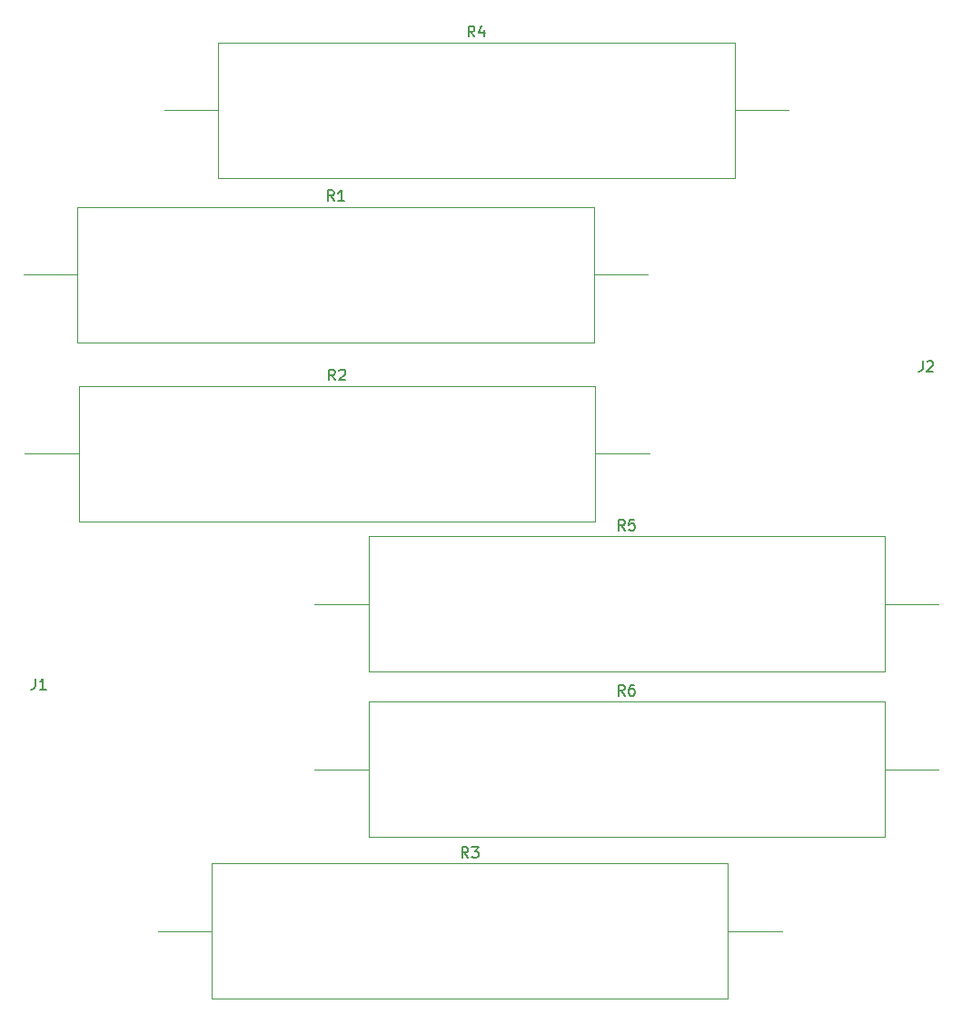
<source format=gto>
G04 #@! TF.GenerationSoftware,KiCad,Pcbnew,5.0.0*
G04 #@! TF.CreationDate,2018-09-30T11:55:23-04:00*
G04 #@! TF.ProjectId,audio-attenuator,617564696F2D617474656E7561746F72,rev?*
G04 #@! TF.SameCoordinates,Original*
G04 #@! TF.FileFunction,Legend,Top*
G04 #@! TF.FilePolarity,Positive*
%FSLAX46Y46*%
G04 Gerber Fmt 4.6, Leading zero omitted, Abs format (unit mm)*
G04 Created by KiCad (PCBNEW 5.0.0) date Sun Sep 30 11:55:23 2018*
%MOMM*%
%LPD*%
G01*
G04 APERTURE LIST*
%ADD10C,0.120000*%
%ADD11C,0.150000*%
G04 APERTURE END LIST*
D10*
G04 #@! TO.C,R6*
X79420000Y-80090000D02*
X79420000Y-92710000D01*
X79420000Y-92710000D02*
X127540000Y-92710000D01*
X127540000Y-92710000D02*
X127540000Y-80090000D01*
X127540000Y-80090000D02*
X79420000Y-80090000D01*
X74380000Y-86400000D02*
X79420000Y-86400000D01*
X132580000Y-86400000D02*
X127540000Y-86400000D01*
G04 #@! TO.C,R5*
X132580000Y-71000000D02*
X127540000Y-71000000D01*
X74380000Y-71000000D02*
X79420000Y-71000000D01*
X127540000Y-64690000D02*
X79420000Y-64690000D01*
X127540000Y-77310000D02*
X127540000Y-64690000D01*
X79420000Y-77310000D02*
X127540000Y-77310000D01*
X79420000Y-64690000D02*
X79420000Y-77310000D01*
G04 #@! TO.C,R4*
X65420000Y-18690000D02*
X65420000Y-31310000D01*
X65420000Y-31310000D02*
X113540000Y-31310000D01*
X113540000Y-31310000D02*
X113540000Y-18690000D01*
X113540000Y-18690000D02*
X65420000Y-18690000D01*
X60380000Y-25000000D02*
X65420000Y-25000000D01*
X118580000Y-25000000D02*
X113540000Y-25000000D01*
G04 #@! TO.C,R3*
X117980000Y-101500000D02*
X112940000Y-101500000D01*
X59780000Y-101500000D02*
X64820000Y-101500000D01*
X112940000Y-95190000D02*
X64820000Y-95190000D01*
X112940000Y-107810000D02*
X112940000Y-95190000D01*
X64820000Y-107810000D02*
X112940000Y-107810000D01*
X64820000Y-95190000D02*
X64820000Y-107810000D01*
G04 #@! TO.C,R2*
X52420000Y-50690000D02*
X52420000Y-63310000D01*
X52420000Y-63310000D02*
X100540000Y-63310000D01*
X100540000Y-63310000D02*
X100540000Y-50690000D01*
X100540000Y-50690000D02*
X52420000Y-50690000D01*
X47380000Y-57000000D02*
X52420000Y-57000000D01*
X105580000Y-57000000D02*
X100540000Y-57000000D01*
G04 #@! TO.C,R1*
X105480000Y-40300000D02*
X100440000Y-40300000D01*
X47280000Y-40300000D02*
X52320000Y-40300000D01*
X100440000Y-33990000D02*
X52320000Y-33990000D01*
X100440000Y-46610000D02*
X100440000Y-33990000D01*
X52320000Y-46610000D02*
X100440000Y-46610000D01*
X52320000Y-33990000D02*
X52320000Y-46610000D01*
G04 #@! TO.C,R6*
D11*
X103313333Y-79542380D02*
X102980000Y-79066190D01*
X102741904Y-79542380D02*
X102741904Y-78542380D01*
X103122857Y-78542380D01*
X103218095Y-78590000D01*
X103265714Y-78637619D01*
X103313333Y-78732857D01*
X103313333Y-78875714D01*
X103265714Y-78970952D01*
X103218095Y-79018571D01*
X103122857Y-79066190D01*
X102741904Y-79066190D01*
X104170476Y-78542380D02*
X103980000Y-78542380D01*
X103884761Y-78590000D01*
X103837142Y-78637619D01*
X103741904Y-78780476D01*
X103694285Y-78970952D01*
X103694285Y-79351904D01*
X103741904Y-79447142D01*
X103789523Y-79494761D01*
X103884761Y-79542380D01*
X104075238Y-79542380D01*
X104170476Y-79494761D01*
X104218095Y-79447142D01*
X104265714Y-79351904D01*
X104265714Y-79113809D01*
X104218095Y-79018571D01*
X104170476Y-78970952D01*
X104075238Y-78923333D01*
X103884761Y-78923333D01*
X103789523Y-78970952D01*
X103741904Y-79018571D01*
X103694285Y-79113809D01*
G04 #@! TO.C,R5*
X103313333Y-64142380D02*
X102980000Y-63666190D01*
X102741904Y-64142380D02*
X102741904Y-63142380D01*
X103122857Y-63142380D01*
X103218095Y-63190000D01*
X103265714Y-63237619D01*
X103313333Y-63332857D01*
X103313333Y-63475714D01*
X103265714Y-63570952D01*
X103218095Y-63618571D01*
X103122857Y-63666190D01*
X102741904Y-63666190D01*
X104218095Y-63142380D02*
X103741904Y-63142380D01*
X103694285Y-63618571D01*
X103741904Y-63570952D01*
X103837142Y-63523333D01*
X104075238Y-63523333D01*
X104170476Y-63570952D01*
X104218095Y-63618571D01*
X104265714Y-63713809D01*
X104265714Y-63951904D01*
X104218095Y-64047142D01*
X104170476Y-64094761D01*
X104075238Y-64142380D01*
X103837142Y-64142380D01*
X103741904Y-64094761D01*
X103694285Y-64047142D01*
G04 #@! TO.C,R4*
X89313333Y-18142380D02*
X88980000Y-17666190D01*
X88741904Y-18142380D02*
X88741904Y-17142380D01*
X89122857Y-17142380D01*
X89218095Y-17190000D01*
X89265714Y-17237619D01*
X89313333Y-17332857D01*
X89313333Y-17475714D01*
X89265714Y-17570952D01*
X89218095Y-17618571D01*
X89122857Y-17666190D01*
X88741904Y-17666190D01*
X90170476Y-17475714D02*
X90170476Y-18142380D01*
X89932380Y-17094761D02*
X89694285Y-17809047D01*
X90313333Y-17809047D01*
G04 #@! TO.C,R3*
X88713333Y-94642380D02*
X88380000Y-94166190D01*
X88141904Y-94642380D02*
X88141904Y-93642380D01*
X88522857Y-93642380D01*
X88618095Y-93690000D01*
X88665714Y-93737619D01*
X88713333Y-93832857D01*
X88713333Y-93975714D01*
X88665714Y-94070952D01*
X88618095Y-94118571D01*
X88522857Y-94166190D01*
X88141904Y-94166190D01*
X89046666Y-93642380D02*
X89665714Y-93642380D01*
X89332380Y-94023333D01*
X89475238Y-94023333D01*
X89570476Y-94070952D01*
X89618095Y-94118571D01*
X89665714Y-94213809D01*
X89665714Y-94451904D01*
X89618095Y-94547142D01*
X89570476Y-94594761D01*
X89475238Y-94642380D01*
X89189523Y-94642380D01*
X89094285Y-94594761D01*
X89046666Y-94547142D01*
G04 #@! TO.C,R2*
X76313333Y-50142380D02*
X75980000Y-49666190D01*
X75741904Y-50142380D02*
X75741904Y-49142380D01*
X76122857Y-49142380D01*
X76218095Y-49190000D01*
X76265714Y-49237619D01*
X76313333Y-49332857D01*
X76313333Y-49475714D01*
X76265714Y-49570952D01*
X76218095Y-49618571D01*
X76122857Y-49666190D01*
X75741904Y-49666190D01*
X76694285Y-49237619D02*
X76741904Y-49190000D01*
X76837142Y-49142380D01*
X77075238Y-49142380D01*
X77170476Y-49190000D01*
X77218095Y-49237619D01*
X77265714Y-49332857D01*
X77265714Y-49428095D01*
X77218095Y-49570952D01*
X76646666Y-50142380D01*
X77265714Y-50142380D01*
G04 #@! TO.C,R1*
X76213333Y-33442380D02*
X75880000Y-32966190D01*
X75641904Y-33442380D02*
X75641904Y-32442380D01*
X76022857Y-32442380D01*
X76118095Y-32490000D01*
X76165714Y-32537619D01*
X76213333Y-32632857D01*
X76213333Y-32775714D01*
X76165714Y-32870952D01*
X76118095Y-32918571D01*
X76022857Y-32966190D01*
X75641904Y-32966190D01*
X77165714Y-33442380D02*
X76594285Y-33442380D01*
X76880000Y-33442380D02*
X76880000Y-32442380D01*
X76784761Y-32585238D01*
X76689523Y-32680476D01*
X76594285Y-32728095D01*
G04 #@! TO.C,J2*
X131066666Y-48352380D02*
X131066666Y-49066666D01*
X131019047Y-49209523D01*
X130923809Y-49304761D01*
X130780952Y-49352380D01*
X130685714Y-49352380D01*
X131495238Y-48447619D02*
X131542857Y-48400000D01*
X131638095Y-48352380D01*
X131876190Y-48352380D01*
X131971428Y-48400000D01*
X132019047Y-48447619D01*
X132066666Y-48542857D01*
X132066666Y-48638095D01*
X132019047Y-48780952D01*
X131447619Y-49352380D01*
X132066666Y-49352380D01*
G04 #@! TO.C,J1*
X48366666Y-77952380D02*
X48366666Y-78666666D01*
X48319047Y-78809523D01*
X48223809Y-78904761D01*
X48080952Y-78952380D01*
X47985714Y-78952380D01*
X49366666Y-78952380D02*
X48795238Y-78952380D01*
X49080952Y-78952380D02*
X49080952Y-77952380D01*
X48985714Y-78095238D01*
X48890476Y-78190476D01*
X48795238Y-78238095D01*
G04 #@! TD*
M02*

</source>
